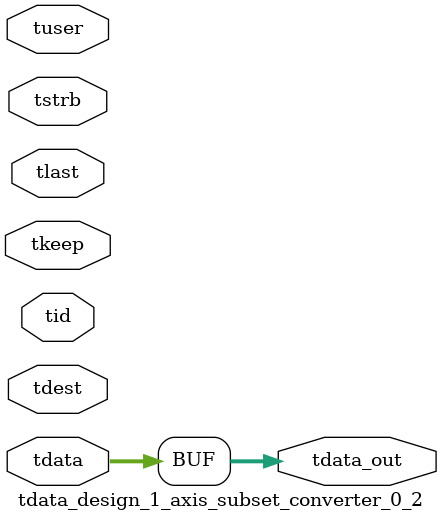
<source format=v>


`timescale 1ps/1ps

module tdata_design_1_axis_subset_converter_0_2 #
(
parameter C_S_AXIS_TDATA_WIDTH = 32,
parameter C_S_AXIS_TUSER_WIDTH = 0,
parameter C_S_AXIS_TID_WIDTH   = 0,
parameter C_S_AXIS_TDEST_WIDTH = 0,
parameter C_M_AXIS_TDATA_WIDTH = 32
)
(
input  [(C_S_AXIS_TDATA_WIDTH == 0 ? 1 : C_S_AXIS_TDATA_WIDTH)-1:0     ] tdata,
input  [(C_S_AXIS_TUSER_WIDTH == 0 ? 1 : C_S_AXIS_TUSER_WIDTH)-1:0     ] tuser,
input  [(C_S_AXIS_TID_WIDTH   == 0 ? 1 : C_S_AXIS_TID_WIDTH)-1:0       ] tid,
input  [(C_S_AXIS_TDEST_WIDTH == 0 ? 1 : C_S_AXIS_TDEST_WIDTH)-1:0     ] tdest,
input  [(C_S_AXIS_TDATA_WIDTH/8)-1:0 ] tkeep,
input  [(C_S_AXIS_TDATA_WIDTH/8)-1:0 ] tstrb,
input                                                                    tlast,
output [C_M_AXIS_TDATA_WIDTH-1:0] tdata_out
);

assign tdata_out = {16'b0000000000000000,tdata[31:0]};

endmodule


</source>
